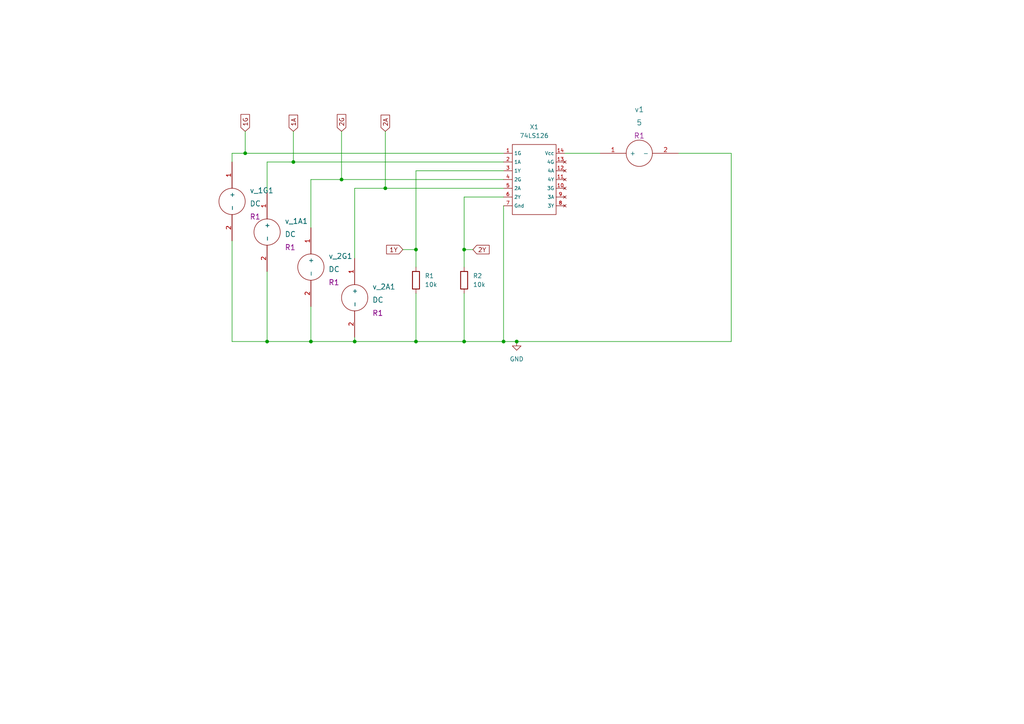
<source format=kicad_sch>
(kicad_sch (version 20211123) (generator eeschema)
  (paper "A4")
  (lib_symbols
    (symbol "DC_1" (pin_names (offset 1.016))
      (property "Reference" "v_1G1" (at 5.08 3.175 0))
      (property "Value" "DC_1" (at 5.08 -0.635 0))
      (property "Footprint" "R1" (at 5.08 -4.445 0))
      (symbol "DC_1_0_1"
        (circle (center 0 0) (radius 3.81))
      )
      (symbol "DC_1_1_1"
        (pin power_out line (at 0 11.43 270) (length 7.62) (name "+") (number "1"))
        (pin power_in line (at 0 -11.43 90) (length 7.62) (name "-") (number "2"))
      )
    )
    (symbol "DC_2" (pin_names (offset 1.016))
      (property "Reference" "v_1A1" (at 5.08 3.175 0))
      (property "Value" "DC_2" (at 5.08 -0.635 0))
      (property "Footprint" "R1" (at 5.08 -4.445 0))
      (symbol "DC_2_0_1"
        (circle (center 0 0) (radius 3.81))
      )
      (symbol "DC_2_1_1"
        (pin power_out line (at 0 11.43 270) (length 7.62) (name "+") (number "1"))
        (pin power_in line (at 0 -11.43 90) (length 7.62) (name "-") (number "2"))
      )
    )
    (symbol "DC_3" (pin_names (offset 1.016))
      (property "Reference" "v_2G1" (at 5.08 3.175 0))
      (property "Value" "DC_3" (at 5.08 -0.635 0))
      (property "Footprint" "R1" (at 5.08 -4.445 0))
      (symbol "DC_3_0_1"
        (circle (center 0 0) (radius 3.81))
      )
      (symbol "DC_3_1_1"
        (pin power_out line (at 0 11.43 270) (length 7.62) (name "+") (number "1"))
        (pin power_in line (at 0 -11.43 90) (length 7.62) (name "-") (number "2"))
      )
    )
    (symbol "DC_4" (pin_names (offset 1.016))
      (property "Reference" "v_2A1" (at 5.08 3.175 0))
      (property "Value" "DC_4" (at 5.08 -0.635 0))
      (property "Footprint" "R1" (at 5.08 -4.445 0))
      (symbol "DC_4_0_1"
        (circle (center 0 0) (radius 3.81))
      )
      (symbol "DC_4_1_1"
        (pin power_out line (at 0 11.43 270) (length 7.62) (name "+") (number "1"))
        (pin power_in line (at 0 -11.43 90) (length 7.62) (name "-") (number "2"))
      )
    )
    (symbol "eSim_Devices:resistor" (pin_numbers hide) (pin_names (offset 0))
      (property "Reference" "R" (at 1.27 3.302 0))
      (property "Value" "resistor" (at 1.27 -1.27 0))
      (symbol "resistor_0_1"
        (rectangle (start 3.81 0.254) (end -1.27 2.286) (stroke (width 0.254)))
      )
      (symbol "resistor_1_1"
        (pin passive line (at -2.54 1.27 0) (length 1.27) (name "~") (number "1"))
        (pin passive line (at 5.08 1.27 180) (length 1.27) (name "~") (number "2"))
      )
    )
    (symbol "eSim_Power:eSim_GND" (power) (pin_names (offset 0))
      (property "Value" "eSim_GND" (at 0 -3.81 0))
      (symbol "eSim_GND_0_1"
        (polyline (pts (xy 0 0) (xy 0 -1.27) (xy 1.27 -1.27) (xy 0 -2.54) (xy -1.27 -1.27) (xy 0 -1.27)))
      )
      (symbol "eSim_GND_1_1"
        (pin power_in line (at 0 0 270) (length 0) hide (name "GND") (number "1"))
      )
    )
    (symbol "eSim_Sources:DC" (pin_names (offset 1.016))
      (property "Reference" "v" (at -5.08 2.54 0))
      (property "Value" "DC" (at -5.08 -1.27 0))
      (property "Footprint" "R1" (at -7.62 0 0))
      (symbol "DC_0_1"
        (circle (center 0 0) (radius 3.81))
      )
      (symbol "DC_1_1"
        (pin power_out line (at 0 11.43 270) (length 7.62) (name "+") (number "1"))
        (pin power_out line (at 0 -11.43 90) (length 7.62) (name "-") (number "2"))
      )
    )
    (symbol "eSim_Subckt:74LS126"
      (property "Reference" "X?" (at 0 15.24 0))
      (property "Value" "74LS126" (at 0 12.7 0))
      (symbol "74LS126_0_1"
        (rectangle (start -6.35 10.16) (end 6.35 -10.16))
      )
      (symbol "74LS126_1_1"
        (pin input line (at -8.89 7.62 0) (length 2.54) (name "1G") (number "1"))
        (pin no_connect line (at 8.89 -2.54 180) (length 2.54) (name "3G") (number "10"))
        (pin no_connect line (at 8.89 0 180) (length 2.54) (name "4Y") (number "11"))
        (pin no_connect line (at 8.89 2.54 180) (length 2.54) (name "4A") (number "12"))
        (pin no_connect line (at 8.89 5.08 180) (length 2.54) (name "4G") (number "13"))
        (pin power_in line (at 8.89 7.62 180) (length 2.54) (name "Vcc") (number "14"))
        (pin input line (at -8.89 5.08 0) (length 2.54) (name "1A") (number "2"))
        (pin output line (at -8.89 2.54 0) (length 2.54) (name "1Y") (number "3"))
        (pin input line (at -8.89 0 0) (length 2.54) (name "2G") (number "4"))
        (pin input line (at -8.89 -2.54 0) (length 2.54) (name "2A") (number "5"))
        (pin output line (at -8.89 -5.08 0) (length 2.54) (name "2Y") (number "6"))
        (pin power_in line (at -8.89 -7.62 0) (length 2.54) (name "Gnd") (number "7"))
        (pin no_connect line (at 8.89 -7.62 180) (length 2.54) (name "3Y") (number "8"))
        (pin no_connect line (at 8.89 -5.08 180) (length 2.54) (name "3A") (number "9"))
      )
    )
  )
  (junction (at 134.62 99.06))
  (junction (at 85.09 46.99))
  (junction (at 111.76 54.61))
  (junction (at 149.86 99.06))
  (junction (at 99.06 52.07))
  (junction (at 120.65 72.39))
  (junction (at 146.05 99.06))
  (junction (at 71.12 44.45))
  (junction (at 134.62 72.39))
  (junction (at 90.17 99.06))
  (junction (at 77.47 99.06))
  (junction (at 102.87 99.06))
  (junction (at 120.65 99.06))
  (wire (pts (xy 120.65 72.39) (xy 120.65 77.47)))
  (wire (pts (xy 120.65 99.06) (xy 134.62 99.06)))
  (wire (pts (xy 134.62 99.06) (xy 146.05 99.06)))
  (wire (pts (xy 102.87 54.61) (xy 111.76 54.61)))
  (wire (pts (xy 90.17 99.06) (xy 102.87 99.06)))
  (wire (pts (xy 67.31 69.85) (xy 67.31 99.06)))
  (wire (pts (xy 134.62 57.15) (xy 146.05 57.15)))
  (wire (pts (xy 111.76 38.1) (xy 111.76 54.61)))
  (wire (pts (xy 99.06 38.1) (xy 99.06 52.07)))
  (wire (pts (xy 77.47 99.06) (xy 90.17 99.06)))
  (wire (pts (xy 120.65 85.09) (xy 120.65 99.06)))
  (wire (pts (xy 102.87 97.79) (xy 102.87 99.06)))
  (wire (pts (xy 77.47 78.74) (xy 77.47 99.06)))
  (wire (pts (xy 85.09 38.1) (xy 85.09 46.99)))
  (wire (pts (xy 134.62 77.47) (xy 134.62 72.39)))
  (wire (pts (xy 146.05 49.53) (xy 120.65 49.53)))
  (wire (pts (xy 90.17 66.04) (xy 90.17 52.07)))
  (wire (pts (xy 116.84 72.39) (xy 120.65 72.39)))
  (wire (pts (xy 149.86 99.06) (xy 212.09 99.06)))
  (wire (pts (xy 90.17 52.07) (xy 99.06 52.07)))
  (wire (pts (xy 102.87 74.93) (xy 102.87 54.61)))
  (wire (pts (xy 134.62 72.39) (xy 137.16 72.39)))
  (wire (pts (xy 163.83 44.45) (xy 173.99 44.45)))
  (wire (pts (xy 67.31 44.45) (xy 71.12 44.45)))
  (wire (pts (xy 134.62 85.09) (xy 134.62 99.06)))
  (wire (pts (xy 71.12 44.45) (xy 146.05 44.45)))
  (wire (pts (xy 120.65 49.53) (xy 120.65 72.39)))
  (wire (pts (xy 85.09 46.99) (xy 146.05 46.99)))
  (wire (pts (xy 212.09 44.45) (xy 196.85 44.45)))
  (wire (pts (xy 146.05 59.69) (xy 146.05 99.06)))
  (wire (pts (xy 212.09 99.06) (xy 212.09 44.45)))
  (wire (pts (xy 111.76 54.61) (xy 146.05 54.61)))
  (wire (pts (xy 71.12 38.1) (xy 71.12 44.45)))
  (wire (pts (xy 146.05 99.06) (xy 149.86 99.06)))
  (wire (pts (xy 67.31 99.06) (xy 77.47 99.06)))
  (wire (pts (xy 77.47 55.88) (xy 77.47 46.99)))
  (wire (pts (xy 90.17 88.9) (xy 90.17 99.06)))
  (wire (pts (xy 77.47 46.99) (xy 85.09 46.99)))
  (wire (pts (xy 67.31 46.99) (xy 67.31 44.45)))
  (wire (pts (xy 102.87 99.06) (xy 120.65 99.06)))
  (wire (pts (xy 134.62 72.39) (xy 134.62 57.15)))
  (wire (pts (xy 99.06 52.07) (xy 146.05 52.07)))
  (global_label "2G" (shape input) (at 99.06 38.1 90) (property "Intersheet References" "${INTERSHEET_REFS}" (effects hide)))
  (global_label "2Y" (shape input) (at 137.16 72.39 0) (property "Intersheet References" "${INTERSHEET_REFS}" (effects hide)))
  (global_label "2A" (shape input) (at 111.76 38.1 90) (property "Intersheet References" "${INTERSHEET_REFS}" (effects hide)))
  (global_label "1G" (shape input) (at 71.12 38.1 90) (property "Intersheet References" "${INTERSHEET_REFS}" (effects hide)))
  (global_label "1A" (shape input) (at 85.09 38.1 90) (property "Intersheet References" "${INTERSHEET_REFS}" (effects hide)))
  (global_label "1Y" (shape input) (at 116.84 72.39 180) (property "Intersheet References" "${INTERSHEET_REFS}" (effects hide)))
  (symbol (lib_id "eSim_Devices:resistor") (at 121.92 82.55 90) (unit 1)
    (property "Reference" "R1" (at 123.19 80.0099 90) (effects (justify right)))
    (property "Value" "10k" (at 123.19 82.5499 90) (effects (justify right)))
  )
  (symbol (lib_name "DC_4") (lib_id "eSim_Sources:DC") (at 102.87 86.36 0) (unit 1)
    (property "Reference" "v_2A1" (at 107.95 83.185 0) (effects (font (size 1.524 1.524)) (justify left)))
    (property "Value" "DC" (at 107.95 86.995 0) (effects (font (size 1.524 1.524)) (justify left)))
    (property "Footprint" "R1" (at 107.95 90.805 0) (effects (font (size 1.524 1.524)) (justify left)))
  )
  (symbol (lib_id "eSim_Devices:resistor") (at 135.89 82.55 90) (unit 1)
    (property "Reference" "R2" (at 137.16 80.0099 90) (effects (justify right)))
    (property "Value" "10k" (at 137.16 82.5499 90) (effects (justify right)))
  )
  (symbol (lib_name "DC_2") (lib_id "eSim_Sources:DC") (at 77.47 67.31 0) (unit 1)
    (property "Reference" "v_1A1" (at 82.55 64.135 0) (effects (font (size 1.524 1.524)) (justify left)))
    (property "Value" "DC" (at 82.55 67.945 0) (effects (font (size 1.524 1.524)) (justify left)))
    (property "Footprint" "R1" (at 82.55 71.755 0) (effects (font (size 1.524 1.524)) (justify left)))
  )
  (symbol (lib_name "DC_3") (lib_id "eSim_Sources:DC") (at 90.17 77.47 0) (unit 1)
    (property "Reference" "v_2G1" (at 95.25 74.295 0) (effects (font (size 1.524 1.524)) (justify left)))
    (property "Value" "DC" (at 95.25 78.105 0) (effects (font (size 1.524 1.524)) (justify left)))
    (property "Footprint" "R1" (at 95.25 81.915 0) (effects (font (size 1.524 1.524)) (justify left)))
  )
  (symbol (lib_id "eSim_Sources:DC") (at 185.42 44.45 90) (unit 1)
    (property "Reference" "v1" (at 185.42 31.75 90) (effects (font (size 1.524 1.524))))
    (property "Value" "5" (at 185.42 35.56 90) (effects (font (size 1.524 1.524))))
    (property "Footprint" "R1" (at 185.42 39.37 90) (effects (font (size 1.524 1.524))))
  )
  (symbol (lib_id "eSim_Subckt:74LS126") (at 154.94 52.07 0) (unit 1)
    (property "Reference" "X1" (at 154.94 36.83 0))
    (property "Value" "74LS126" (at 154.94 39.37 0))
  )
  (symbol (lib_id "eSim_Power:eSim_GND") (at 149.86 99.06 0) (unit 1)
    (property "Reference" "#PWR01" (effects hide))
    (property "Value" "eSim_GND" (at 149.86 104.14 0))
  )
  (symbol (lib_name "DC_1") (lib_id "eSim_Sources:DC") (at 67.31 58.42 0) (unit 1)
    (property "Reference" "v_1G1" (at 72.39 55.245 0) (effects (font (size 1.524 1.524)) (justify left)))
    (property "Value" "DC" (at 72.39 59.055 0) (effects (font (size 1.524 1.524)) (justify left)))
    (property "Footprint" "R1" (at 72.39 62.865 0) (effects (font (size 1.524 1.524)) (justify left)))
  )
)
</source>
